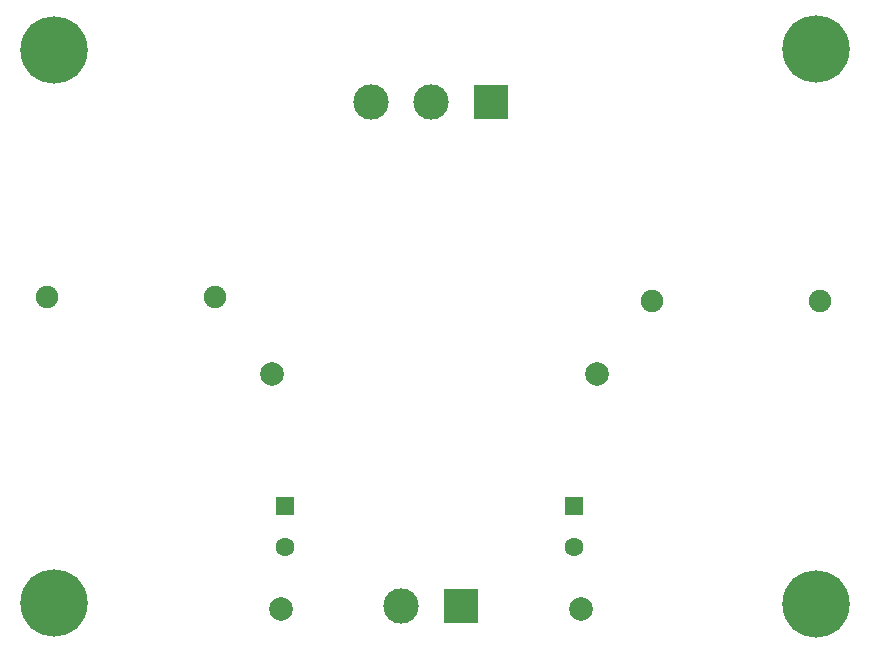
<source format=gts>
G04 #@! TF.GenerationSoftware,KiCad,Pcbnew,5.1.10*
G04 #@! TF.CreationDate,2021-08-16T10:49:45+12:00*
G04 #@! TF.ProjectId,Output,4f757470-7574-42e6-9b69-6361645f7063,rev?*
G04 #@! TF.SameCoordinates,Original*
G04 #@! TF.FileFunction,Soldermask,Top*
G04 #@! TF.FilePolarity,Negative*
%FSLAX46Y46*%
G04 Gerber Fmt 4.6, Leading zero omitted, Abs format (unit mm)*
G04 Created by KiCad (PCBNEW 5.1.10) date 2021-08-16 10:49:45*
%MOMM*%
%LPD*%
G01*
G04 APERTURE LIST*
%ADD10C,2.000000*%
%ADD11C,1.905000*%
%ADD12C,5.700000*%
%ADD13C,3.000000*%
%ADD14R,3.000000X3.000000*%
%ADD15C,1.600000*%
%ADD16R,1.600000X1.600000*%
G04 APERTURE END LIST*
D10*
X166450000Y-103800000D03*
X138950000Y-103800000D03*
D11*
X119888000Y-97282000D03*
X134112000Y-97282000D03*
X171138000Y-97650000D03*
X185362000Y-97650000D03*
D12*
X120500000Y-76440000D03*
D13*
X147320000Y-80772000D03*
X152400000Y-80772000D03*
D14*
X157480000Y-80772000D03*
D12*
X185000000Y-76350000D03*
D10*
X139700000Y-123698000D03*
X165100000Y-123698000D03*
D13*
X149860000Y-123444000D03*
D14*
X154940000Y-123444000D03*
D12*
X120500000Y-123240000D03*
X185000000Y-123290000D03*
D15*
X140000000Y-118500000D03*
D16*
X140000000Y-115000000D03*
D15*
X164500000Y-118500000D03*
D16*
X164500000Y-115000000D03*
M02*

</source>
